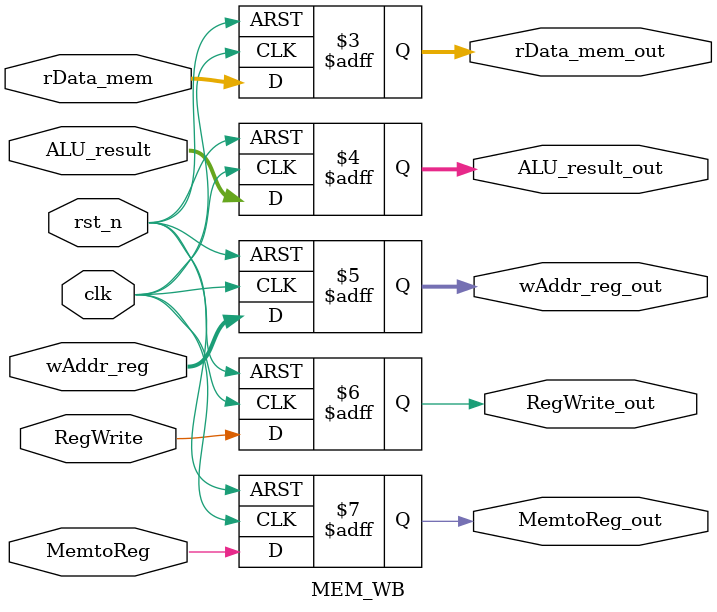
<source format=v>
`timescale 1ns / 1ps
module MEM_WB(
	input clk,
	input rst_n,
	input [31:0] rData_mem,
	input [31:0] ALU_result,
	input [4:0] wAddr_reg,
	
	input RegWrite,
	input MemtoReg,
	
	output reg [31:0] rData_mem_out,
	output reg [31:0] ALU_result_out,
	output reg [4:0] wAddr_reg_out,
	
	output reg RegWrite_out,
	output reg MemtoReg_out
    );
	 always @ (negedge clk or negedge rst_n)
	 begin
		if(~rst_n)
		begin
			rData_mem_out <= 32'h0;
			ALU_result_out <= 32'h0;
			wAddr_reg_out <= 5'h0;
		
			RegWrite_out <= 1'b0;
			MemtoReg_out <= 1'b0;
		end
		else
		begin
			rData_mem_out <= rData_mem;
			ALU_result_out <= ALU_result;
			wAddr_reg_out <= wAddr_reg;
			
			RegWrite_out <= RegWrite;
			MemtoReg_out <= MemtoReg;
		end
	 end
endmodule

</source>
